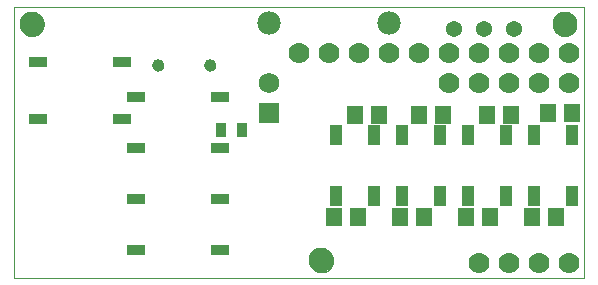
<source format=gts>
G75*
%MOIN*%
%OFA0B0*%
%FSLAX25Y25*%
%IPPOS*%
%LPD*%
%AMOC8*
5,1,8,0,0,1.08239X$1,22.5*
%
%ADD10C,0.00000*%
%ADD11C,0.08274*%
%ADD12C,0.07000*%
%ADD13C,0.05400*%
%ADD14C,0.07800*%
%ADD15C,0.03943*%
%ADD16R,0.04337X0.06900*%
%ADD17R,0.06900X0.06900*%
%ADD18C,0.06900*%
%ADD19R,0.03550X0.05124*%
%ADD20R,0.05518X0.06306*%
%ADD21R,0.06400X0.03400*%
D10*
X0001250Y0006360D02*
X0001250Y0096911D01*
X0191250Y0096911D01*
X0191250Y0006360D01*
X0001250Y0006360D01*
X0099675Y0012266D02*
X0099677Y0012391D01*
X0099683Y0012516D01*
X0099693Y0012640D01*
X0099707Y0012764D01*
X0099724Y0012888D01*
X0099746Y0013011D01*
X0099772Y0013133D01*
X0099801Y0013255D01*
X0099834Y0013375D01*
X0099872Y0013494D01*
X0099912Y0013613D01*
X0099957Y0013729D01*
X0100005Y0013844D01*
X0100057Y0013958D01*
X0100113Y0014070D01*
X0100172Y0014180D01*
X0100234Y0014288D01*
X0100300Y0014395D01*
X0100369Y0014499D01*
X0100442Y0014600D01*
X0100517Y0014700D01*
X0100596Y0014797D01*
X0100678Y0014891D01*
X0100763Y0014983D01*
X0100850Y0015072D01*
X0100941Y0015158D01*
X0101034Y0015241D01*
X0101130Y0015322D01*
X0101228Y0015399D01*
X0101328Y0015473D01*
X0101431Y0015544D01*
X0101536Y0015611D01*
X0101644Y0015676D01*
X0101753Y0015736D01*
X0101864Y0015794D01*
X0101977Y0015847D01*
X0102091Y0015897D01*
X0102207Y0015944D01*
X0102324Y0015986D01*
X0102443Y0016025D01*
X0102563Y0016061D01*
X0102684Y0016092D01*
X0102806Y0016120D01*
X0102928Y0016143D01*
X0103052Y0016163D01*
X0103176Y0016179D01*
X0103300Y0016191D01*
X0103425Y0016199D01*
X0103550Y0016203D01*
X0103674Y0016203D01*
X0103799Y0016199D01*
X0103924Y0016191D01*
X0104048Y0016179D01*
X0104172Y0016163D01*
X0104296Y0016143D01*
X0104418Y0016120D01*
X0104540Y0016092D01*
X0104661Y0016061D01*
X0104781Y0016025D01*
X0104900Y0015986D01*
X0105017Y0015944D01*
X0105133Y0015897D01*
X0105247Y0015847D01*
X0105360Y0015794D01*
X0105471Y0015736D01*
X0105581Y0015676D01*
X0105688Y0015611D01*
X0105793Y0015544D01*
X0105896Y0015473D01*
X0105996Y0015399D01*
X0106094Y0015322D01*
X0106190Y0015241D01*
X0106283Y0015158D01*
X0106374Y0015072D01*
X0106461Y0014983D01*
X0106546Y0014891D01*
X0106628Y0014797D01*
X0106707Y0014700D01*
X0106782Y0014600D01*
X0106855Y0014499D01*
X0106924Y0014395D01*
X0106990Y0014288D01*
X0107052Y0014180D01*
X0107111Y0014070D01*
X0107167Y0013958D01*
X0107219Y0013844D01*
X0107267Y0013729D01*
X0107312Y0013613D01*
X0107352Y0013494D01*
X0107390Y0013375D01*
X0107423Y0013255D01*
X0107452Y0013133D01*
X0107478Y0013011D01*
X0107500Y0012888D01*
X0107517Y0012764D01*
X0107531Y0012640D01*
X0107541Y0012516D01*
X0107547Y0012391D01*
X0107549Y0012266D01*
X0107547Y0012141D01*
X0107541Y0012016D01*
X0107531Y0011892D01*
X0107517Y0011768D01*
X0107500Y0011644D01*
X0107478Y0011521D01*
X0107452Y0011399D01*
X0107423Y0011277D01*
X0107390Y0011157D01*
X0107352Y0011038D01*
X0107312Y0010919D01*
X0107267Y0010803D01*
X0107219Y0010688D01*
X0107167Y0010574D01*
X0107111Y0010462D01*
X0107052Y0010352D01*
X0106990Y0010244D01*
X0106924Y0010137D01*
X0106855Y0010033D01*
X0106782Y0009932D01*
X0106707Y0009832D01*
X0106628Y0009735D01*
X0106546Y0009641D01*
X0106461Y0009549D01*
X0106374Y0009460D01*
X0106283Y0009374D01*
X0106190Y0009291D01*
X0106094Y0009210D01*
X0105996Y0009133D01*
X0105896Y0009059D01*
X0105793Y0008988D01*
X0105688Y0008921D01*
X0105580Y0008856D01*
X0105471Y0008796D01*
X0105360Y0008738D01*
X0105247Y0008685D01*
X0105133Y0008635D01*
X0105017Y0008588D01*
X0104900Y0008546D01*
X0104781Y0008507D01*
X0104661Y0008471D01*
X0104540Y0008440D01*
X0104418Y0008412D01*
X0104296Y0008389D01*
X0104172Y0008369D01*
X0104048Y0008353D01*
X0103924Y0008341D01*
X0103799Y0008333D01*
X0103674Y0008329D01*
X0103550Y0008329D01*
X0103425Y0008333D01*
X0103300Y0008341D01*
X0103176Y0008353D01*
X0103052Y0008369D01*
X0102928Y0008389D01*
X0102806Y0008412D01*
X0102684Y0008440D01*
X0102563Y0008471D01*
X0102443Y0008507D01*
X0102324Y0008546D01*
X0102207Y0008588D01*
X0102091Y0008635D01*
X0101977Y0008685D01*
X0101864Y0008738D01*
X0101753Y0008796D01*
X0101643Y0008856D01*
X0101536Y0008921D01*
X0101431Y0008988D01*
X0101328Y0009059D01*
X0101228Y0009133D01*
X0101130Y0009210D01*
X0101034Y0009291D01*
X0100941Y0009374D01*
X0100850Y0009460D01*
X0100763Y0009549D01*
X0100678Y0009641D01*
X0100596Y0009735D01*
X0100517Y0009832D01*
X0100442Y0009932D01*
X0100369Y0010033D01*
X0100300Y0010137D01*
X0100234Y0010244D01*
X0100172Y0010352D01*
X0100113Y0010462D01*
X0100057Y0010574D01*
X0100005Y0010688D01*
X0099957Y0010803D01*
X0099912Y0010919D01*
X0099872Y0011038D01*
X0099834Y0011157D01*
X0099801Y0011277D01*
X0099772Y0011399D01*
X0099746Y0011521D01*
X0099724Y0011644D01*
X0099707Y0011768D01*
X0099693Y0011892D01*
X0099683Y0012016D01*
X0099677Y0012141D01*
X0099675Y0012266D01*
X0064639Y0077360D02*
X0064641Y0077444D01*
X0064647Y0077527D01*
X0064657Y0077610D01*
X0064671Y0077693D01*
X0064688Y0077775D01*
X0064710Y0077856D01*
X0064735Y0077935D01*
X0064764Y0078014D01*
X0064797Y0078091D01*
X0064833Y0078166D01*
X0064873Y0078240D01*
X0064916Y0078312D01*
X0064963Y0078381D01*
X0065013Y0078448D01*
X0065066Y0078513D01*
X0065122Y0078575D01*
X0065180Y0078635D01*
X0065242Y0078692D01*
X0065306Y0078745D01*
X0065373Y0078796D01*
X0065442Y0078843D01*
X0065513Y0078888D01*
X0065586Y0078928D01*
X0065661Y0078965D01*
X0065738Y0078999D01*
X0065816Y0079029D01*
X0065895Y0079055D01*
X0065976Y0079078D01*
X0066058Y0079096D01*
X0066140Y0079111D01*
X0066223Y0079122D01*
X0066306Y0079129D01*
X0066390Y0079132D01*
X0066474Y0079131D01*
X0066557Y0079126D01*
X0066641Y0079117D01*
X0066723Y0079104D01*
X0066805Y0079088D01*
X0066886Y0079067D01*
X0066967Y0079043D01*
X0067045Y0079015D01*
X0067123Y0078983D01*
X0067199Y0078947D01*
X0067273Y0078908D01*
X0067345Y0078866D01*
X0067415Y0078820D01*
X0067483Y0078771D01*
X0067548Y0078719D01*
X0067611Y0078664D01*
X0067671Y0078606D01*
X0067729Y0078545D01*
X0067783Y0078481D01*
X0067835Y0078415D01*
X0067883Y0078347D01*
X0067928Y0078276D01*
X0067969Y0078203D01*
X0068008Y0078129D01*
X0068042Y0078053D01*
X0068073Y0077975D01*
X0068100Y0077896D01*
X0068124Y0077815D01*
X0068143Y0077734D01*
X0068159Y0077652D01*
X0068171Y0077569D01*
X0068179Y0077485D01*
X0068183Y0077402D01*
X0068183Y0077318D01*
X0068179Y0077235D01*
X0068171Y0077151D01*
X0068159Y0077068D01*
X0068143Y0076986D01*
X0068124Y0076905D01*
X0068100Y0076824D01*
X0068073Y0076745D01*
X0068042Y0076667D01*
X0068008Y0076591D01*
X0067969Y0076517D01*
X0067928Y0076444D01*
X0067883Y0076373D01*
X0067835Y0076305D01*
X0067783Y0076239D01*
X0067729Y0076175D01*
X0067671Y0076114D01*
X0067611Y0076056D01*
X0067548Y0076001D01*
X0067483Y0075949D01*
X0067415Y0075900D01*
X0067345Y0075854D01*
X0067273Y0075812D01*
X0067199Y0075773D01*
X0067123Y0075737D01*
X0067045Y0075705D01*
X0066967Y0075677D01*
X0066886Y0075653D01*
X0066805Y0075632D01*
X0066723Y0075616D01*
X0066641Y0075603D01*
X0066557Y0075594D01*
X0066474Y0075589D01*
X0066390Y0075588D01*
X0066306Y0075591D01*
X0066223Y0075598D01*
X0066140Y0075609D01*
X0066058Y0075624D01*
X0065976Y0075642D01*
X0065895Y0075665D01*
X0065816Y0075691D01*
X0065738Y0075721D01*
X0065661Y0075755D01*
X0065586Y0075792D01*
X0065513Y0075832D01*
X0065442Y0075877D01*
X0065373Y0075924D01*
X0065306Y0075975D01*
X0065242Y0076028D01*
X0065180Y0076085D01*
X0065122Y0076145D01*
X0065066Y0076207D01*
X0065013Y0076272D01*
X0064963Y0076339D01*
X0064916Y0076408D01*
X0064873Y0076480D01*
X0064833Y0076554D01*
X0064797Y0076629D01*
X0064764Y0076706D01*
X0064735Y0076785D01*
X0064710Y0076864D01*
X0064688Y0076945D01*
X0064671Y0077027D01*
X0064657Y0077110D01*
X0064647Y0077193D01*
X0064641Y0077276D01*
X0064639Y0077360D01*
X0047317Y0077360D02*
X0047319Y0077444D01*
X0047325Y0077527D01*
X0047335Y0077610D01*
X0047349Y0077693D01*
X0047366Y0077775D01*
X0047388Y0077856D01*
X0047413Y0077935D01*
X0047442Y0078014D01*
X0047475Y0078091D01*
X0047511Y0078166D01*
X0047551Y0078240D01*
X0047594Y0078312D01*
X0047641Y0078381D01*
X0047691Y0078448D01*
X0047744Y0078513D01*
X0047800Y0078575D01*
X0047858Y0078635D01*
X0047920Y0078692D01*
X0047984Y0078745D01*
X0048051Y0078796D01*
X0048120Y0078843D01*
X0048191Y0078888D01*
X0048264Y0078928D01*
X0048339Y0078965D01*
X0048416Y0078999D01*
X0048494Y0079029D01*
X0048573Y0079055D01*
X0048654Y0079078D01*
X0048736Y0079096D01*
X0048818Y0079111D01*
X0048901Y0079122D01*
X0048984Y0079129D01*
X0049068Y0079132D01*
X0049152Y0079131D01*
X0049235Y0079126D01*
X0049319Y0079117D01*
X0049401Y0079104D01*
X0049483Y0079088D01*
X0049564Y0079067D01*
X0049645Y0079043D01*
X0049723Y0079015D01*
X0049801Y0078983D01*
X0049877Y0078947D01*
X0049951Y0078908D01*
X0050023Y0078866D01*
X0050093Y0078820D01*
X0050161Y0078771D01*
X0050226Y0078719D01*
X0050289Y0078664D01*
X0050349Y0078606D01*
X0050407Y0078545D01*
X0050461Y0078481D01*
X0050513Y0078415D01*
X0050561Y0078347D01*
X0050606Y0078276D01*
X0050647Y0078203D01*
X0050686Y0078129D01*
X0050720Y0078053D01*
X0050751Y0077975D01*
X0050778Y0077896D01*
X0050802Y0077815D01*
X0050821Y0077734D01*
X0050837Y0077652D01*
X0050849Y0077569D01*
X0050857Y0077485D01*
X0050861Y0077402D01*
X0050861Y0077318D01*
X0050857Y0077235D01*
X0050849Y0077151D01*
X0050837Y0077068D01*
X0050821Y0076986D01*
X0050802Y0076905D01*
X0050778Y0076824D01*
X0050751Y0076745D01*
X0050720Y0076667D01*
X0050686Y0076591D01*
X0050647Y0076517D01*
X0050606Y0076444D01*
X0050561Y0076373D01*
X0050513Y0076305D01*
X0050461Y0076239D01*
X0050407Y0076175D01*
X0050349Y0076114D01*
X0050289Y0076056D01*
X0050226Y0076001D01*
X0050161Y0075949D01*
X0050093Y0075900D01*
X0050023Y0075854D01*
X0049951Y0075812D01*
X0049877Y0075773D01*
X0049801Y0075737D01*
X0049723Y0075705D01*
X0049645Y0075677D01*
X0049564Y0075653D01*
X0049483Y0075632D01*
X0049401Y0075616D01*
X0049319Y0075603D01*
X0049235Y0075594D01*
X0049152Y0075589D01*
X0049068Y0075588D01*
X0048984Y0075591D01*
X0048901Y0075598D01*
X0048818Y0075609D01*
X0048736Y0075624D01*
X0048654Y0075642D01*
X0048573Y0075665D01*
X0048494Y0075691D01*
X0048416Y0075721D01*
X0048339Y0075755D01*
X0048264Y0075792D01*
X0048191Y0075832D01*
X0048120Y0075877D01*
X0048051Y0075924D01*
X0047984Y0075975D01*
X0047920Y0076028D01*
X0047858Y0076085D01*
X0047800Y0076145D01*
X0047744Y0076207D01*
X0047691Y0076272D01*
X0047641Y0076339D01*
X0047594Y0076408D01*
X0047551Y0076480D01*
X0047511Y0076554D01*
X0047475Y0076629D01*
X0047442Y0076706D01*
X0047413Y0076785D01*
X0047388Y0076864D01*
X0047366Y0076945D01*
X0047349Y0077027D01*
X0047335Y0077110D01*
X0047325Y0077193D01*
X0047319Y0077276D01*
X0047317Y0077360D01*
X0003219Y0091006D02*
X0003221Y0091131D01*
X0003227Y0091256D01*
X0003237Y0091380D01*
X0003251Y0091504D01*
X0003268Y0091628D01*
X0003290Y0091751D01*
X0003316Y0091873D01*
X0003345Y0091995D01*
X0003378Y0092115D01*
X0003416Y0092234D01*
X0003456Y0092353D01*
X0003501Y0092469D01*
X0003549Y0092584D01*
X0003601Y0092698D01*
X0003657Y0092810D01*
X0003716Y0092920D01*
X0003778Y0093028D01*
X0003844Y0093135D01*
X0003913Y0093239D01*
X0003986Y0093340D01*
X0004061Y0093440D01*
X0004140Y0093537D01*
X0004222Y0093631D01*
X0004307Y0093723D01*
X0004394Y0093812D01*
X0004485Y0093898D01*
X0004578Y0093981D01*
X0004674Y0094062D01*
X0004772Y0094139D01*
X0004872Y0094213D01*
X0004975Y0094284D01*
X0005080Y0094351D01*
X0005188Y0094416D01*
X0005297Y0094476D01*
X0005408Y0094534D01*
X0005521Y0094587D01*
X0005635Y0094637D01*
X0005751Y0094684D01*
X0005868Y0094726D01*
X0005987Y0094765D01*
X0006107Y0094801D01*
X0006228Y0094832D01*
X0006350Y0094860D01*
X0006472Y0094883D01*
X0006596Y0094903D01*
X0006720Y0094919D01*
X0006844Y0094931D01*
X0006969Y0094939D01*
X0007094Y0094943D01*
X0007218Y0094943D01*
X0007343Y0094939D01*
X0007468Y0094931D01*
X0007592Y0094919D01*
X0007716Y0094903D01*
X0007840Y0094883D01*
X0007962Y0094860D01*
X0008084Y0094832D01*
X0008205Y0094801D01*
X0008325Y0094765D01*
X0008444Y0094726D01*
X0008561Y0094684D01*
X0008677Y0094637D01*
X0008791Y0094587D01*
X0008904Y0094534D01*
X0009015Y0094476D01*
X0009125Y0094416D01*
X0009232Y0094351D01*
X0009337Y0094284D01*
X0009440Y0094213D01*
X0009540Y0094139D01*
X0009638Y0094062D01*
X0009734Y0093981D01*
X0009827Y0093898D01*
X0009918Y0093812D01*
X0010005Y0093723D01*
X0010090Y0093631D01*
X0010172Y0093537D01*
X0010251Y0093440D01*
X0010326Y0093340D01*
X0010399Y0093239D01*
X0010468Y0093135D01*
X0010534Y0093028D01*
X0010596Y0092920D01*
X0010655Y0092810D01*
X0010711Y0092698D01*
X0010763Y0092584D01*
X0010811Y0092469D01*
X0010856Y0092353D01*
X0010896Y0092234D01*
X0010934Y0092115D01*
X0010967Y0091995D01*
X0010996Y0091873D01*
X0011022Y0091751D01*
X0011044Y0091628D01*
X0011061Y0091504D01*
X0011075Y0091380D01*
X0011085Y0091256D01*
X0011091Y0091131D01*
X0011093Y0091006D01*
X0011091Y0090881D01*
X0011085Y0090756D01*
X0011075Y0090632D01*
X0011061Y0090508D01*
X0011044Y0090384D01*
X0011022Y0090261D01*
X0010996Y0090139D01*
X0010967Y0090017D01*
X0010934Y0089897D01*
X0010896Y0089778D01*
X0010856Y0089659D01*
X0010811Y0089543D01*
X0010763Y0089428D01*
X0010711Y0089314D01*
X0010655Y0089202D01*
X0010596Y0089092D01*
X0010534Y0088984D01*
X0010468Y0088877D01*
X0010399Y0088773D01*
X0010326Y0088672D01*
X0010251Y0088572D01*
X0010172Y0088475D01*
X0010090Y0088381D01*
X0010005Y0088289D01*
X0009918Y0088200D01*
X0009827Y0088114D01*
X0009734Y0088031D01*
X0009638Y0087950D01*
X0009540Y0087873D01*
X0009440Y0087799D01*
X0009337Y0087728D01*
X0009232Y0087661D01*
X0009124Y0087596D01*
X0009015Y0087536D01*
X0008904Y0087478D01*
X0008791Y0087425D01*
X0008677Y0087375D01*
X0008561Y0087328D01*
X0008444Y0087286D01*
X0008325Y0087247D01*
X0008205Y0087211D01*
X0008084Y0087180D01*
X0007962Y0087152D01*
X0007840Y0087129D01*
X0007716Y0087109D01*
X0007592Y0087093D01*
X0007468Y0087081D01*
X0007343Y0087073D01*
X0007218Y0087069D01*
X0007094Y0087069D01*
X0006969Y0087073D01*
X0006844Y0087081D01*
X0006720Y0087093D01*
X0006596Y0087109D01*
X0006472Y0087129D01*
X0006350Y0087152D01*
X0006228Y0087180D01*
X0006107Y0087211D01*
X0005987Y0087247D01*
X0005868Y0087286D01*
X0005751Y0087328D01*
X0005635Y0087375D01*
X0005521Y0087425D01*
X0005408Y0087478D01*
X0005297Y0087536D01*
X0005187Y0087596D01*
X0005080Y0087661D01*
X0004975Y0087728D01*
X0004872Y0087799D01*
X0004772Y0087873D01*
X0004674Y0087950D01*
X0004578Y0088031D01*
X0004485Y0088114D01*
X0004394Y0088200D01*
X0004307Y0088289D01*
X0004222Y0088381D01*
X0004140Y0088475D01*
X0004061Y0088572D01*
X0003986Y0088672D01*
X0003913Y0088773D01*
X0003844Y0088877D01*
X0003778Y0088984D01*
X0003716Y0089092D01*
X0003657Y0089202D01*
X0003601Y0089314D01*
X0003549Y0089428D01*
X0003501Y0089543D01*
X0003456Y0089659D01*
X0003416Y0089778D01*
X0003378Y0089897D01*
X0003345Y0090017D01*
X0003316Y0090139D01*
X0003290Y0090261D01*
X0003268Y0090384D01*
X0003251Y0090508D01*
X0003237Y0090632D01*
X0003227Y0090756D01*
X0003221Y0090881D01*
X0003219Y0091006D01*
X0180778Y0091006D02*
X0180780Y0091131D01*
X0180786Y0091256D01*
X0180796Y0091380D01*
X0180810Y0091504D01*
X0180827Y0091628D01*
X0180849Y0091751D01*
X0180875Y0091873D01*
X0180904Y0091995D01*
X0180937Y0092115D01*
X0180975Y0092234D01*
X0181015Y0092353D01*
X0181060Y0092469D01*
X0181108Y0092584D01*
X0181160Y0092698D01*
X0181216Y0092810D01*
X0181275Y0092920D01*
X0181337Y0093028D01*
X0181403Y0093135D01*
X0181472Y0093239D01*
X0181545Y0093340D01*
X0181620Y0093440D01*
X0181699Y0093537D01*
X0181781Y0093631D01*
X0181866Y0093723D01*
X0181953Y0093812D01*
X0182044Y0093898D01*
X0182137Y0093981D01*
X0182233Y0094062D01*
X0182331Y0094139D01*
X0182431Y0094213D01*
X0182534Y0094284D01*
X0182639Y0094351D01*
X0182747Y0094416D01*
X0182856Y0094476D01*
X0182967Y0094534D01*
X0183080Y0094587D01*
X0183194Y0094637D01*
X0183310Y0094684D01*
X0183427Y0094726D01*
X0183546Y0094765D01*
X0183666Y0094801D01*
X0183787Y0094832D01*
X0183909Y0094860D01*
X0184031Y0094883D01*
X0184155Y0094903D01*
X0184279Y0094919D01*
X0184403Y0094931D01*
X0184528Y0094939D01*
X0184653Y0094943D01*
X0184777Y0094943D01*
X0184902Y0094939D01*
X0185027Y0094931D01*
X0185151Y0094919D01*
X0185275Y0094903D01*
X0185399Y0094883D01*
X0185521Y0094860D01*
X0185643Y0094832D01*
X0185764Y0094801D01*
X0185884Y0094765D01*
X0186003Y0094726D01*
X0186120Y0094684D01*
X0186236Y0094637D01*
X0186350Y0094587D01*
X0186463Y0094534D01*
X0186574Y0094476D01*
X0186684Y0094416D01*
X0186791Y0094351D01*
X0186896Y0094284D01*
X0186999Y0094213D01*
X0187099Y0094139D01*
X0187197Y0094062D01*
X0187293Y0093981D01*
X0187386Y0093898D01*
X0187477Y0093812D01*
X0187564Y0093723D01*
X0187649Y0093631D01*
X0187731Y0093537D01*
X0187810Y0093440D01*
X0187885Y0093340D01*
X0187958Y0093239D01*
X0188027Y0093135D01*
X0188093Y0093028D01*
X0188155Y0092920D01*
X0188214Y0092810D01*
X0188270Y0092698D01*
X0188322Y0092584D01*
X0188370Y0092469D01*
X0188415Y0092353D01*
X0188455Y0092234D01*
X0188493Y0092115D01*
X0188526Y0091995D01*
X0188555Y0091873D01*
X0188581Y0091751D01*
X0188603Y0091628D01*
X0188620Y0091504D01*
X0188634Y0091380D01*
X0188644Y0091256D01*
X0188650Y0091131D01*
X0188652Y0091006D01*
X0188650Y0090881D01*
X0188644Y0090756D01*
X0188634Y0090632D01*
X0188620Y0090508D01*
X0188603Y0090384D01*
X0188581Y0090261D01*
X0188555Y0090139D01*
X0188526Y0090017D01*
X0188493Y0089897D01*
X0188455Y0089778D01*
X0188415Y0089659D01*
X0188370Y0089543D01*
X0188322Y0089428D01*
X0188270Y0089314D01*
X0188214Y0089202D01*
X0188155Y0089092D01*
X0188093Y0088984D01*
X0188027Y0088877D01*
X0187958Y0088773D01*
X0187885Y0088672D01*
X0187810Y0088572D01*
X0187731Y0088475D01*
X0187649Y0088381D01*
X0187564Y0088289D01*
X0187477Y0088200D01*
X0187386Y0088114D01*
X0187293Y0088031D01*
X0187197Y0087950D01*
X0187099Y0087873D01*
X0186999Y0087799D01*
X0186896Y0087728D01*
X0186791Y0087661D01*
X0186683Y0087596D01*
X0186574Y0087536D01*
X0186463Y0087478D01*
X0186350Y0087425D01*
X0186236Y0087375D01*
X0186120Y0087328D01*
X0186003Y0087286D01*
X0185884Y0087247D01*
X0185764Y0087211D01*
X0185643Y0087180D01*
X0185521Y0087152D01*
X0185399Y0087129D01*
X0185275Y0087109D01*
X0185151Y0087093D01*
X0185027Y0087081D01*
X0184902Y0087073D01*
X0184777Y0087069D01*
X0184653Y0087069D01*
X0184528Y0087073D01*
X0184403Y0087081D01*
X0184279Y0087093D01*
X0184155Y0087109D01*
X0184031Y0087129D01*
X0183909Y0087152D01*
X0183787Y0087180D01*
X0183666Y0087211D01*
X0183546Y0087247D01*
X0183427Y0087286D01*
X0183310Y0087328D01*
X0183194Y0087375D01*
X0183080Y0087425D01*
X0182967Y0087478D01*
X0182856Y0087536D01*
X0182746Y0087596D01*
X0182639Y0087661D01*
X0182534Y0087728D01*
X0182431Y0087799D01*
X0182331Y0087873D01*
X0182233Y0087950D01*
X0182137Y0088031D01*
X0182044Y0088114D01*
X0181953Y0088200D01*
X0181866Y0088289D01*
X0181781Y0088381D01*
X0181699Y0088475D01*
X0181620Y0088572D01*
X0181545Y0088672D01*
X0181472Y0088773D01*
X0181403Y0088877D01*
X0181337Y0088984D01*
X0181275Y0089092D01*
X0181216Y0089202D01*
X0181160Y0089314D01*
X0181108Y0089428D01*
X0181060Y0089543D01*
X0181015Y0089659D01*
X0180975Y0089778D01*
X0180937Y0089897D01*
X0180904Y0090017D01*
X0180875Y0090139D01*
X0180849Y0090261D01*
X0180827Y0090384D01*
X0180810Y0090508D01*
X0180796Y0090632D01*
X0180786Y0090756D01*
X0180780Y0090881D01*
X0180778Y0091006D01*
D11*
X0184715Y0091006D03*
X0103612Y0012266D03*
X0007156Y0091006D03*
D12*
X0096250Y0081360D03*
X0106250Y0081360D03*
X0116250Y0081360D03*
X0126250Y0081360D03*
X0136250Y0081360D03*
X0146250Y0081360D03*
X0156250Y0081360D03*
X0166250Y0081360D03*
X0176250Y0081360D03*
X0186250Y0081360D03*
X0186250Y0071360D03*
X0176250Y0071360D03*
X0166250Y0071360D03*
X0156250Y0071360D03*
X0146250Y0071360D03*
X0156250Y0011360D03*
X0166250Y0011360D03*
X0176250Y0011360D03*
X0186250Y0011360D03*
D13*
X0167667Y0089506D03*
X0157825Y0089506D03*
X0147982Y0089506D03*
D14*
X0126132Y0091360D03*
X0086132Y0091360D03*
D15*
X0066411Y0077360D03*
X0049089Y0077360D03*
D16*
X0108451Y0054006D03*
X0121049Y0054006D03*
X0130451Y0054006D03*
X0143049Y0054006D03*
X0152451Y0054006D03*
X0165049Y0054006D03*
X0174451Y0054006D03*
X0187049Y0054006D03*
X0187049Y0033714D03*
X0174451Y0033714D03*
X0165049Y0033714D03*
X0152451Y0033714D03*
X0143049Y0033714D03*
X0130451Y0033714D03*
X0121049Y0033714D03*
X0108451Y0033714D03*
D17*
X0086250Y0061360D03*
D18*
X0086250Y0071360D03*
D19*
X0077293Y0055860D03*
X0070207Y0055860D03*
D20*
X0114813Y0060860D03*
X0122687Y0060860D03*
X0136313Y0060860D03*
X0144187Y0060860D03*
X0158813Y0060860D03*
X0166687Y0060860D03*
X0179313Y0061360D03*
X0187187Y0061360D03*
X0181687Y0026860D03*
X0173813Y0026860D03*
X0159687Y0026860D03*
X0151813Y0026860D03*
X0137687Y0026860D03*
X0129813Y0026860D03*
X0115687Y0026860D03*
X0107813Y0026860D03*
D21*
X0069750Y0032860D03*
X0041750Y0032860D03*
X0041750Y0049860D03*
X0037250Y0059423D03*
X0041750Y0066860D03*
X0037250Y0078360D03*
X0009250Y0078360D03*
X0009250Y0059423D03*
X0069750Y0066860D03*
X0069750Y0049860D03*
X0069750Y0015860D03*
X0041750Y0015860D03*
M02*

</source>
